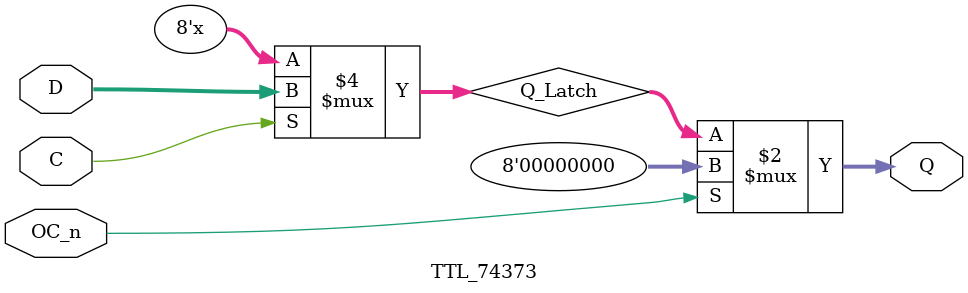
<source format=v>
/**************************************************************************
** ND120 Shared                                                          **
**                                                                       **
** Module 74PCT373                                                       **
**                                                                       **
** Octal D-TYPE Transparent Latch with 3-state outputs                   **
** Documentation: https://www.ti.com/lit/ds/symlink/sn54ls373-sp.pdf     **
**                                                                       **
** Last reviewed: 1-DEC-2024                                             **
** Ronny Hansen                                                          **
***************************************************************************/


module TTL_74373 (
    input wire [7:0] D,   // Data inputs
    input wire C,         // Control input (active high)
    input wire OC_n,      // Output Control (active low)
    output wire [7:0] Q   // Outputs
);

    reg [7:0] Q_Latch;  // Internal latch


    // Latch operation: latch data whenever C is high
    //always @(posedge C or negedge C or posedge D or negedge D) begin
    always @(*) begin 
    //always_latch begin
        if (C) begin
            Q_Latch = D;  // Transparent mode: Internal latch follows input
        end else begin
            Q_Latch = Q_Latch; // Explicit latch in hope of synth keeping silent (nope.. no change.. dont know how to make Vivado happy)
        end
    end

    // Output control
    // When OC_n is low (active), outputs reflect the latched data
    // When OC_n is high, outputs are in high-impedance state
    assign Q = OC_n ? 8'b0 : Q_Latch;

endmodule

</source>
